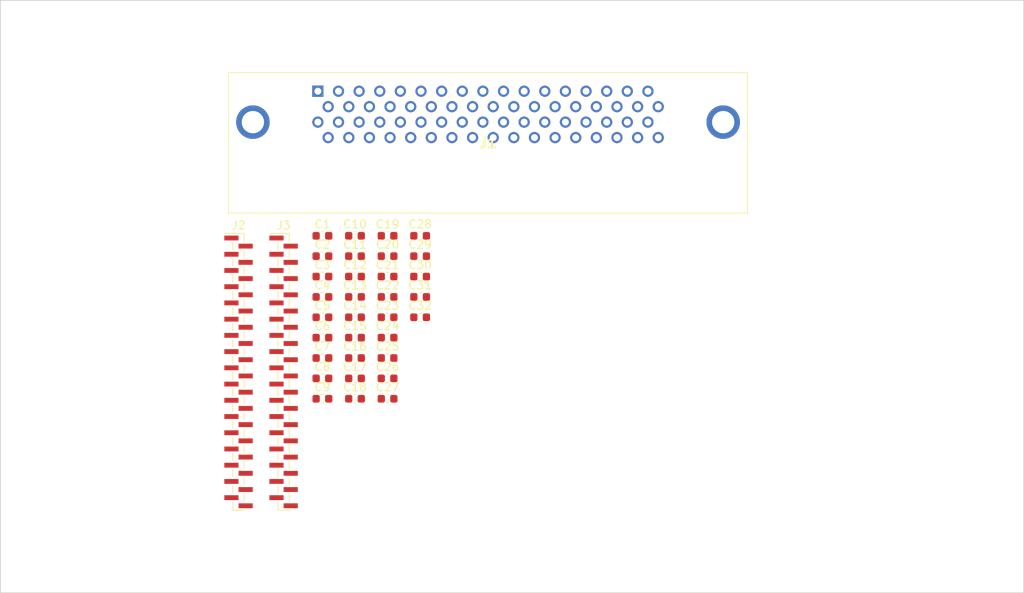
<source format=kicad_pcb>
(kicad_pcb (version 20221018) (generator pcbnew)
  (layers (0 "F.Cu" signal) (31 "B.Cu" signal) (34 "B.Paste" user) (35 "F.Paste" user) (36 "B.SilkS" user "B.Silkscreen") (37 "F.SilkS" user "F.Silkscreen") (38 "B.Mask" user) (39 "F.Mask" user) (44 "Edge.Cuts" user))
  (net 0 "")
  (net 1 "AO 0")
  (net 2 "Net-(C1-Pad2)")
  (net 3 "AO 1")
  (net 4 "Net-(C2-Pad2)")
  (net 5 "AO 2")
  (net 6 "Net-(C3-Pad2)")
  (net 7 "AO 3")
  (net 8 "Net-(C4-Pad2)")
  (net 9 "AO 4")
  (net 10 "Net-(C5-Pad2)")
  (net 11 "AO 5")
  (net 12 "Net-(C6-Pad2)")
  (net 13 "AO 6")
  (net 14 "Net-(C7-Pad2)")
  (net 15 "AO 7")
  (net 16 "Net-(C8-Pad2)")
  (net 17 "AO 8")
  (net 18 "Net-(C9-Pad2)")
  (net 19 "AO 9")
  (net 20 "Net-(C10-Pad2)")
  (net 21 "AO 10")
  (net 22 "Net-(C11-Pad2)")
  (net 23 "AO 11")
  (net 24 "Net-(C12-Pad2)")
  (net 25 "AO 12")
  (net 26 "Net-(C13-Pad2)")
  (net 27 "AO 13")
  (net 28 "Net-(C14-Pad2)")
  (net 29 "AO 14")
  (net 30 "Net-(C15-Pad2)")
  (net 31 "AO 15")
  (net 32 "Net-(C16-Pad2)")
  (net 33 "AO 16")
  (net 34 "Net-(C17-Pad2)")
  (net 35 "AO 17")
  (net 36 "Net-(C18-Pad2)")
  (net 37 "Net-(C19-Pad1)")
  (net 38 "AO 18")
  (net 39 "Net-(C20-Pad1)")
  (net 40 "AO 19")
  (net 41 "Net-(C21-Pad1)")
  (net 42 "AO 20")
  (net 43 "Net-(C22-Pad1)")
  (net 44 "AO 21")
  (net 45 "Net-(C23-Pad1)")
  (net 46 "AO 22")
  (net 47 "Net-(C24-Pad1)")
  (net 48 "AO 23")
  (net 49 "Net-(C25-Pad1)")
  (net 50 "AO 24")
  (net 51 "Net-(C26-Pad1)")
  (net 52 "AO 25")
  (net 53 "Net-(C27-Pad1)")
  (net 54 "AO 26")
  (net 55 "Net-(C28-Pad1)")
  (net 56 "AO 27")
  (net 57 "Net-(C29-Pad1)")
  (net 58 "AO 28")
  (net 59 "Net-(C30-Pad1)")
  (net 60 "AO 29")
  (net 61 "Net-(C31-Pad1)")
  (net 62 "AO 30")
  (net 63 "Net-(C32-Pad1)")
  (net 64 "AO 31")
  (net 65 "+5V")
  (net 74 "AO GND")
  (net 75 "D GND")
  (footprint "Capacitor_SMD:C_0603_1608Metric" (layer "F.Cu") (at 127.67 80.52)
    (fp_text reference "C20" (at 0 -1.43) (layer "F.SilkS"))
    (fp_text value "0.1u")
    (fp_line (start -0.14058 -0.51) (end 0.14058 -0.51) (stroke (width 0.12)) (layer "F.SilkS"))
    (fp_line (start -0.14058 0.51) (end 0.14058 0.51) (stroke (width 0.12)) (layer "F.SilkS"))
    (pad "1" smd roundrect (at -0.775 0) (size 0.9 0.95) (layers "F.Cu" "F.Paste" "F.Mask") (net 39 "Net-(C20-Pad1)"))
    (pad "2" smd roundrect (at 0.775 0) (size 0.9 0.95) (layers "F.Cu" "F.Paste" "F.Mask") (net 40 "AO 19"))
  )
  (footprint "Capacitor_SMD:C_0603_1608Metric" (layer "F.Cu") (at 123.66 93.07)
    (fp_text reference "C16" (at 0 -1.43) (layer "F.SilkS"))
    (fp_text value "0.1u")
    (fp_line (start -0.14058 -0.51) (end 0.14058 -0.51) (stroke (width 0.12)) (layer "F.SilkS"))
    (fp_line (start -0.14058 0.51) (end 0.14058 0.51) (stroke (width 0.12)) (layer "F.SilkS"))
    (pad "1" smd roundrect (at -0.775 0) (size 0.9 0.95) (layers "F.Cu" "F.Paste" "F.Mask") (net 31 "AO 15"))
    (pad "2" smd roundrect (at 0.775 0) (size 0.9 0.95) (layers "F.Cu" "F.Paste" "F.Mask") (net 32 "Net-(C16-Pad2)"))
  )
  (footprint "Capacitor_SMD:C_0603_1608Metric" (layer "F.Cu") (at 131.68 85.54)
    (fp_text reference "C31" (at 0 -1.43) (layer "F.SilkS"))
    (fp_text value "0.1u")
    (fp_line (start -0.14058 -0.51) (end 0.14058 -0.51) (stroke (width 0.12)) (layer "F.SilkS"))
    (fp_line (start -0.14058 0.51) (end 0.14058 0.51) (stroke (width 0.12)) (layer "F.SilkS"))
    (pad "1" smd roundrect (at -0.775 0) (size 0.9 0.95) (layers "F.Cu" "F.Paste" "F.Mask") (net 61 "Net-(C31-Pad1)"))
    (pad "2" smd roundrect (at 0.775 0) (size 0.9 0.95) (layers "F.Cu" "F.Paste" "F.Mask") (net 62 "AO 30"))
  )
  (footprint "Capacitor_SMD:C_0603_1608Metric" (layer "F.Cu") (at 123.66 78.01)
    (fp_text reference "C10" (at 0 -1.43) (layer "F.SilkS"))
    (fp_text value "0.1u")
    (fp_line (start -0.14058 -0.51) (end 0.14058 -0.51) (stroke (width 0.12)) (layer "F.SilkS"))
    (fp_line (start -0.14058 0.51) (end 0.14058 0.51) (stroke (width 0.12)) (layer "F.SilkS"))
    (pad "1" smd roundrect (at -0.775 0) (size 0.9 0.95) (layers "F.Cu" "F.Paste" "F.Mask") (net 19 "AO 9"))
    (pad "2" smd roundrect (at 0.775 0) (size 0.9 0.95) (layers "F.Cu" "F.Paste" "F.Mask") (net 20 "Net-(C10-Pad2)"))
  )
  (footprint "Capacitor_SMD:C_0603_1608Metric" (layer "F.Cu") (at 123.66 80.52)
    (fp_text reference "C11" (at 0 -1.43) (layer "F.SilkS"))
    (fp_text value "0.1u")
    (fp_line (start -0.14058 -0.51) (end 0.14058 -0.51) (stroke (width 0.12)) (layer "F.SilkS"))
    (fp_line (start -0.14058 0.51) (end 0.14058 0.51) (stroke (width 0.12)) (layer "F.SilkS"))
    (pad "1" smd roundrect (at -0.775 0) (size 0.9 0.95) (layers "F.Cu" "F.Paste" "F.Mask") (net 21 "AO 10"))
    (pad "2" smd roundrect (at 0.775 0) (size 0.9 0.95) (layers "F.Cu" "F.Paste" "F.Mask") (net 22 "Net-(C11-Pad2)"))
  )
  (footprint "Capacitor_SMD:C_0603_1608Metric" (layer "F.Cu") (at 127.67 93.07)
    (fp_text reference "C25" (at 0 -1.43) (layer "F.SilkS"))
    (fp_text value "0.1u")
    (fp_line (start -0.14058 -0.51) (end 0.14058 -0.51) (stroke (width 0.12)) (layer "F.SilkS"))
    (fp_line (start -0.14058 0.51) (end 0.14058 0.51) (stroke (width 0.12)) (layer "F.SilkS"))
    (pad "1" smd roundrect (at -0.775 0) (size 0.9 0.95) (layers "F.Cu" "F.Paste" "F.Mask") (net 49 "Net-(C25-Pad1)"))
    (pad "2" smd roundrect (at 0.775 0) (size 0.9 0.95) (layers "F.Cu" "F.Paste" "F.Mask") (net 50 "AO 24"))
  )
  (footprint "Capacitor_SMD:C_0603_1608Metric" (layer "F.Cu") (at 127.67 85.54)
    (fp_text reference "C22" (at 0 -1.43) (layer "F.SilkS"))
    (fp_text value "0.1u")
    (fp_line (start -0.14058 -0.51) (end 0.14058 -0.51) (stroke (width 0.12)) (layer "F.SilkS"))
    (fp_line (start -0.14058 0.51) (end 0.14058 0.51) (stroke (width 0.12)) (layer "F.SilkS"))
    (pad "1" smd roundrect (at -0.775 0) (size 0.9 0.95) (layers "F.Cu" "F.Paste" "F.Mask") (net 43 "Net-(C22-Pad1)"))
    (pad "2" smd roundrect (at 0.775 0) (size 0.9 0.95) (layers "F.Cu" "F.Paste" "F.Mask") (net 44 "AO 21"))
  )
  (footprint "Capacitor_SMD:C_0603_1608Metric" (layer "F.Cu") (at 127.67 95.58)
    (fp_text reference "C26" (at 0 -1.43) (layer "F.SilkS"))
    (fp_text value "0.1u")
    (fp_line (start -0.14058 -0.51) (end 0.14058 -0.51) (stroke (width 0.12)) (layer "F.SilkS"))
    (fp_line (start -0.14058 0.51) (end 0.14058 0.51) (stroke (width 0.12)) (layer "F.SilkS"))
    (pad "1" smd roundrect (at -0.775 0) (size 0.9 0.95) (layers "F.Cu" "F.Paste" "F.Mask") (net 51 "Net-(C26-Pad1)"))
    (pad "2" smd roundrect (at 0.775 0) (size 0.9 0.95) (layers "F.Cu" "F.Paste" "F.Mask") (net 52 "AO 25"))
  )
  (footprint "Capacitor_SMD:C_0603_1608Metric" (layer "F.Cu") (at 119.65 90.56)
    (fp_text reference "C6" (at 0 -1.43) (layer "F.SilkS"))
    (fp_text value "0.1u")
    (fp_line (start -0.14058 -0.51) (end 0.14058 -0.51) (stroke (width 0.12)) (layer "F.SilkS"))
    (fp_line (start -0.14058 0.51) (end 0.14058 0.51) (stroke (width 0.12)) (layer "F.SilkS"))
    (pad "1" smd roundrect (at -0.775 0) (size 0.9 0.95) (layers "F.Cu" "F.Paste" "F.Mask") (net 11 "AO 5"))
    (pad "2" smd roundrect (at 0.775 0) (size 0.9 0.95) (layers "F.Cu" "F.Paste" "F.Mask") (net 12 "Net-(C6-Pad2)"))
  )
  (footprint "Capacitor_SMD:C_0603_1608Metric" (layer "F.Cu") (at 127.67 98.09)
    (fp_text reference "C27" (at 0 -1.43) (layer "F.SilkS"))
    (fp_text value "0.1u")
    (fp_line (start -0.14058 -0.51) (end 0.14058 -0.51) (stroke (width 0.12)) (layer "F.SilkS"))
    (fp_line (start -0.14058 0.51) (end 0.14058 0.51) (stroke (width 0.12)) (layer "F.SilkS"))
    (pad "1" smd roundrect (at -0.775 0) (size 0.9 0.95) (layers "F.Cu" "F.Paste" "F.Mask") (net 53 "Net-(C27-Pad1)"))
    (pad "2" smd roundrect (at 0.775 0) (size 0.9 0.95) (layers "F.Cu" "F.Paste" "F.Mask") (net 54 "AO 26"))
  )
  (footprint "Capacitor_SMD:C_0603_1608Metric" (layer "F.Cu") (at 123.66 95.58)
    (fp_text reference "C17" (at 0 -1.43) (layer "F.SilkS"))
    (fp_text value "0.1u")
    (fp_line (start -0.14058 -0.51) (end 0.14058 -0.51) (stroke (width 0.12)) (layer "F.SilkS"))
    (fp_line (start -0.14058 0.51) (end 0.14058 0.51) (stroke (width 0.12)) (layer "F.SilkS"))
    (pad "1" smd roundrect (at -0.775 0) (size 0.9 0.95) (layers "F.Cu" "F.Paste" "F.Mask") (net 33 "AO 16"))
    (pad "2" smd roundrect (at 0.775 0) (size 0.9 0.95) (layers "F.Cu" "F.Paste" "F.Mask") (net 34 "Net-(C17-Pad2)"))
  )
  (footprint "Connector_PinHeader_1.00mm:PinHeader_1x34_P1.00mm_Vertical_SMD_Pin1Left" (layer "F.Cu") (at 114.87 94.78)
    (fp_text reference "J3" (at 0 -18.06) (layer "F.SilkS"))
    (fp_text value "Conn_01x34_Pin_B")
    (fp_line (start -0.695 -17.06) (end -1.69 -17.06) (stroke (width 0.12)) (layer "F.SilkS"))
    (fp_line (start -0.695 -17.06) (end -0.695 -17.06) (stroke (width 0.12)) (layer "F.SilkS"))
    (fp_line (start -0.695 -17.06) (end 0.695 -17.06) (stroke (width 0.12)) (layer "F.SilkS"))
    (fp_line (start -0.695 -15.94) (end -0.695 -15.06) (stroke (width 0.12)) (layer "F.SilkS"))
    (fp_line (start -0.695 -13.94) (end -0.695 -13.06) (stroke (width 0.12)) (layer "F.SilkS"))
    (fp_line (start -0.695 -11.94) (end -0.695 -11.06) (stroke (width 0.12)) (layer "F.SilkS"))
    (fp_line (start -0.695 -9.94) (end -0.695 -9.06) (stroke (width 0.12)) (layer "F.SilkS"))
    (fp_line (start -0.695 -7.94) (end -0.695 -7.06) (stroke (width 0.12)) (layer "F.SilkS"))
    (fp_line (start -0.695 -5.94) (end -0.695 -5.06) (stroke (width 0.12)) (layer "F.SilkS"))
    (fp_line (start -0.695 -3.94) (end -0.695 -3.06) (stroke (width 0.12)) (layer "F.SilkS"))
    (fp_line (start -0.695 -1.94) (end -0.695 -1.06) (stroke (width 0.12)) (layer "F.SilkS"))
    (fp_line (start -0.695 0.06) (end -0.695 0.94) (stroke (width 0.12)) (layer "F.SilkS"))
    (fp_line (start -0.695 2.06) (end -0.695 2.94) (stroke (width 0.12)) (layer "F.SilkS"))
    (fp_line (start -0.695 4.06) (end -0.695 4.94) (stroke (width 0.12)) (layer "F.SilkS"))
    (fp_line (start -0.695 6.06) (end -0.695 6.94) (stroke (width 0.12)) (layer "F.SilkS"))
    (fp_line (start -0.695 8.06) (end -0.695 8.94) (stroke (width 0.12)) (layer "F.SilkS"))
    (fp_line (start -0.695 10.06) (end -0.695 10.94) (stroke (width 0.12)) (layer "F.SilkS"))
    (fp_line (start -0.695 12.06) (end -0.695 12.94) (stroke (width 0.12)) (layer "F.SilkS"))
    (fp_line (start -0.695 14.06) (end -0.695 14.94) (stroke (width 0.12)) (layer "F.SilkS"))
    (fp_line (start -0.695 16.06) (end -0.695 17.06) (stroke (width 0.12)) (layer "F.SilkS"))
    (fp_line (start -0.695 17.06) (end 0.695 17.06) (stroke (width 0.12)) (layer "F.SilkS"))
    (fp_line (start 0.695 -17.06) (end 0.695 -16.06) (stroke (width 0.12)) (layer "F.SilkS"))
    (fp_line (start 0.695 -14.94) (end 0.695 -14.06) (stroke (width 0.12)) (layer "F.SilkS"))
    (fp_line (start 0.695 -12.94) (end 0.695 -12.06) (stroke (width 0.12)) (layer "F.SilkS"))
    (fp_line (start 0.695 -10.94) (end 0.695 -10.06) (stroke (width 0.12)) (layer "F.SilkS"))
    (fp_line (start 0.695 -8.94) (end 0.695 -8.06) (stroke (width 0.12)) (layer "F.SilkS"))
    (fp_line (start 0.695 -6.94) (end 0.695 -6.06) (stroke (width 0.12)) (layer "F.SilkS"))
    (fp_line (start 0.695 -4.94) (end 0.695 -4.06) (stroke (width 0.12)) (layer "F.SilkS"))
    (fp_line (start 0.695 -2.94) (end 0.695 -2.06) (stroke (width 0.12)) (layer "F.SilkS"))
    (fp_line (start 0.695 -0.94) (end 0.695 -0.06) (stroke (width 0.12)) (layer "F.SilkS"))
    (fp_line (start 0.695 1.06) (end 0.695 1.94) (stroke (width 0.12)) (layer "F.SilkS"))
    (fp_line (start 0.695 3.06) (end 0.695 3.94) (stroke (width 0.12)) (layer "F.SilkS"))
    (fp_line (start 0.695 5.06) (end 0.695 5.94) (stroke (width 0.12)) (layer "F.SilkS"))
    (fp_line (start 0.695 7.06) (end 0.695 7.94) (stroke (width 0.12)) (layer "F.SilkS"))
    (fp_line (start 0.695 9.06) (end 0.695 9.94) (stroke (width 0.12)) (layer "F.SilkS"))
    (fp_line (start 0.695 11.06) (end 0.695 11.94) (stroke (width 0.12)) (layer "F.SilkS"))
    (fp_line (start 0.695 13.06) (end 0.695 13.94) (stroke (width 0.12)) (layer "F.SilkS"))
    (fp_line (start 0.695 15.06) (end 0.695 15.94) (stroke (width 0.12)) (layer "F.SilkS"))
    (fp_line (start 0.695 17.06) (end 0.695 17.06) (stroke (width 0.12)) (layer "F.SilkS"))
    (pad "1" smd rect (at -0.875 -16.5) (size 1.75 0.6) (layers "F.Cu" "F.Paste" "F.Mask"))
    (pad "2" smd rect (at 0.875 -15.5) (size 1.75 0.6) (layers "F.Cu" "F.Paste" "F.Mask"))
    (pad "3" smd rect (at -0.875 -14.5) (size 1.75 0.6) (layers "F.Cu" "F.Paste" "F.Mask"))
    (pad "4" smd rect (at 0.875 -13.5) (size 1.75 0.6) (layers "F.Cu" "F.Paste" "F.Mask"))
    (pad "5" smd rect (at -0.875 -12.5) (size 1.75 0.6) (layers "F.Cu" "F.Paste" "F.Mask"))
    (pad "6" smd rect (at 0.875 -11.5) (size 1.75 0.6) (layers "F.Cu" "F.Paste" "F.Mask"))
    (pad "7" smd rect (at -0.875 -10.5) (size 1.75 0.6) (layers "F.Cu" "F.Paste" "F.Mask"))
    (pad "8" smd rect (at 0.875 -9.5) (size 1.75 0.6) (layers "F.Cu" "F.Paste" "F.Mask"))
    (pad "9" smd rect (at -0.875 -8.5) (size 1.75 0.6) (layers "F.Cu" "F.Paste" "F.Mask"))
    (pad "10" smd rect (at 0.875 -7.5) (size 1.75 0.6) (layers "F.Cu" "F.Paste" "F.Mask") (net 3 "AO 1"))
    (pad "11" smd rect (at -0.875 -6.5) (size 1.75 0.6) (layers "F.Cu" "F.Paste" "F.Mask") (net 5 "AO 2"))
    (pad "12" smd rect (at 0.875 -5.5) (size 1.75 0.6) (layers "F.Cu" "F.Paste" "F.Mask"))
    (pad "13" smd rect (at -0.875 -4.5) (size 1.75 0.6) (layers "F.Cu" "F.Paste" "F.Mask") (net 11 "AO 5"))
    (pad "14" smd rect (at 0.875 -3.5) (size 1.75 0.6) (layers "F.Cu" "F.Paste" "F.Mask") (net 13 "AO 6"))
    (pad "15" smd rect (at -0.875 -2.5) (size 1.75 0.6) (layers "F.Cu" "F.Paste" "F.Mask"))
    (pad "16" smd rect (at 0.875 -1.5) (size 1.75 0.6) (layers "F.Cu" "F.Paste" "F.Mask"))
    (pad "17" smd rect (at -0.875 -0.5) (size 1.75 0.6) (layers "F.Cu" "F.Paste" "F.Mask") (net 21 "AO 10"))
    (pad "18" smd rect (at 0.875 0.5) (size 1.75 0.6) (layers "F.Cu" "F.Paste" "F.Mask") (net 23 "AO 11"))
    (pad "19" smd rect (at -0.875 1.5) (size 1.75 0.6) (layers "F.Cu" "F.Paste" "F.Mask") (net 25 "AO 12"))
    (pad "20" smd rect (at 0.875 2.5) (size 1.75 0.6) (layers "F.Cu" "F.Paste" "F.Mask") (net 27 "AO 13"))
    (pad "21" smd rect (at -0.875 3.5) (size 1.75 0.6) (layers "F.Cu" "F.Paste" "F.Mask"))
    (pad "22" smd rect (at 0.875 4.5) (size 1.75 0.6) (layers "F.Cu" "F.Paste" "F.Mask"))
    (pad "23" smd rect (at -0.875 5.5) (size 1.75 0.6) (layers "F.Cu" "F.Paste" "F.Mask") (net 35 "AO 17"))
    (pad "24" smd rect (at 0.875 6.5) (size 1.75 0.6) (layers "F.Cu" "F.Paste" "F.Mask") (net 38 "AO 18"))
    (pad "25" smd rect (at -0.875 7.5) (size 1.75 0.6) (layers "F.Cu" "F.Paste" "F.Mask"))
    (pad "26" smd rect (at 0.875 8.5) (size 1.75 0.6) (layers "F.Cu" "F.Paste" "F.Mask") (net 44 "AO 21"))
    (pad "27" smd rect (at -0.875 9.5) (size 1.75 0.6) (layers "F.Cu" "F.Paste" "F.Mask") (net 46 "AO 22"))
    (pad "28" smd rect (at 0.875 10.5) (size 1.75 0.6) (layers "F.Cu" "F.Paste" "F.Mask"))
    (pad "29" smd rect (at -0.875 11.5) (size 1.75 0.6) (layers "F.Cu" "F.Paste" "F.Mask") (net 52 "AO 25"))
    (pad "30" smd rect (at 0.875 12.5) (size 1.75 0.6) (layers "F.Cu" "F.Paste" "F.Mask") (net 54 "AO 26"))
    (pad "31" smd rect (at -0.875 13.5) (size 1.75 0.6) (layers "F.Cu" "F.Paste" "F.Mask"))
    (pad "32" smd rect (at 0.875 14.5) (size 1.75 0.6) (layers "F.Cu" "F.Paste" "F.Mask") (net 60 "AO 29"))
    (pad "33" smd rect (at -0.875 15.5) (size 1.75 0.6) (layers "F.Cu" "F.Paste" "F.Mask") (net 62 "AO 30"))
    (pad "34" smd rect (at 0.875 16.5) (size 1.75 0.6) (layers "F.Cu" "F.Paste" "F.Mask"))
  )
  (footprint "Capacitor_SMD:C_0603_1608Metric" (layer "F.Cu") (at 119.65 78.01)
    (fp_text reference "C1" (at 0 -1.43) (layer "F.SilkS"))
    (fp_text value "0.1u")
    (fp_line (start -0.14058 -0.51) (end 0.14058 -0.51) (stroke (width 0.12)) (layer "F.SilkS"))
    (fp_line (start -0.14058 0.51) (end 0.14058 0.51) (stroke (width 0.12)) (layer "F.SilkS"))
    (pad "1" smd roundrect (at -0.775 0) (size 0.9 0.95) (layers "F.Cu" "F.Paste" "F.Mask") (net 1 "AO 0"))
    (pad "2" smd roundrect (at 0.775 0) (size 0.9 0.95) (layers "F.Cu" "F.Paste" "F.Mask") (net 2 "Net-(C1-Pad2)"))
  )
  (footprint "Capacitor_SMD:C_0603_1608Metric" (layer "F.Cu") (at 123.66 85.54)
    (fp_text reference "C13" (at 0 -1.43) (layer "F.SilkS"))
    (fp_text value "0.1u")
    (fp_line (start -0.14058 -0.51) (end 0.14058 -0.51) (stroke (width 0.12)) (layer "F.SilkS"))
    (fp_line (start -0.14058 0.51) (end 0.14058 0.51) (stroke (width 0.12)) (layer "F.SilkS"))
    (pad "1" smd roundrect (at -0.775 0) (size 0.9 0.95) (layers "F.Cu" "F.Paste" "F.Mask") (net 25 "AO 12"))
    (pad "2" smd roundrect (at 0.775 0) (size 0.9 0.95) (layers "F.Cu" "F.Paste" "F.Mask") (net 26 "Net-(C13-Pad2)"))
  )
  (footprint "Capacitor_SMD:C_0603_1608Metric" (layer "F.Cu") (at 119.65 93.07)
    (fp_text reference "C7" (at 0 -1.43) (layer "F.SilkS"))
    (fp_text value "0.1u")
    (fp_line (start -0.14058 -0.51) (end 0.14058 -0.51) (stroke (width 0.12)) (layer "F.SilkS"))
    (fp_line (start -0.14058 0.51) (end 0.14058 0.51) (stroke (width 0.12)) (layer "F.SilkS"))
    (pad "1" smd roundrect (at -0.775 0) (size 0.9 0.95) (layers "F.Cu" "F.Paste" "F.Mask") (net 13 "AO 6"))
    (pad "2" smd roundrect (at 0.775 0) (size 0.9 0.95) (layers "F.Cu" "F.Paste" "F.Mask") (net 14 "Net-(C7-Pad2)"))
  )
  (footprint "SamacSys_Parts:251742255" (layer "F.Cu") (at 119.09 60.19)
    (fp_text reference "J1" (at 20.955 6.365) (layer "F.SilkS") (effects (font (size 1.27 1.27) (thickness 0.254))))
    (fp_text value "2-5174225-5" hide)
    (fp_line (start -10.995 -2.285) (end 52.905 -2.285) (stroke (width 0.1)) (layer "F.SilkS"))
    (fp_line (start -10.995 15.015) (end -10.995 -2.285) (stroke (width 0.1)) (layer "F.SilkS"))
    (fp_line (start 52.905 -2.285) (end 52.905 15.015) (stroke (width 0.1)) (layer "F.SilkS"))
    (fp_line (start 52.905 15.015) (end -10.995 15.015) (stroke (width 0.1)) (layer "F.SilkS"))
    (pad "A1" thru_hole rect (at 0 0) (size 1.381 1.381) (drill 0.85) (layers "*.Cu" "*.Mask") (net 65 "+5V"))
    (pad "A2" thru_hole circle (at 1.27 1.905) (size 1.381 1.381) (drill 0.85) (layers "*.Cu" "*.Mask"))
    (pad "A3" thru_hole circle (at 2.54 0) (size 1.381 1.381) (drill 0.85) (layers "*.Cu" "*.Mask"))
    (pad "A4" thru_hole circle (at 3.81 1.905) (size 1.381 1.381) (drill 0.85) (layers "*.Cu" "*.Mask"))
    (pad "A5" thru_hole circle (at 5.08 0) (size 1.381 1.381) (drill 0.85) (layers "*.Cu" "*.Mask"))
    (pad "A6" thru_hole circle (at 6.35 1.905) (size 1.381 1.381) (drill 0.85) (layers "*.Cu" "*.Mask"))
    (pad "A7" thru_hole circle (at 7.62 0) (size 1.381 1.381) (drill 0.85) (layers "*.Cu" "*.Mask"))
    (pad "A8" thru_hole circle (at 8.89 1.905) (size 1.381 1.381) (drill 0.85) (layers "*.Cu" "*.Mask"))
    (pad "A9" thru_hole circle (at 10.16 0) (size 1.381 1.381) (drill 0.85) (layers "*.Cu" "*.Mask"))
    (pad "A10" thru_hole circle (at 11.43 1.905) (size 1.381 1.381) (drill 0.85) (layers "*.Cu" "*.Mask") (net 2 "Net-(C1-Pad2)"))
    (pad "A11" thru_hole circle (at 12.7 0) (size 1.381 1.381) (drill 0.85) (layers "*.Cu" "*.Mask") (net 74 "AO GND"))
    (pad "A12" thru_hole circle (at 13.97 1.905) (size 1.381 1.381) (drill 0.85) (layers "*.Cu" "*.Mask") (net 8 "Net-(C4-Pad2)"))
    (pad "A13" thru_hole circle (at 15.24 0) (size 1.381 1.381) (drill 0.85) (layers "*.Cu" "*.Mask") (net 10 "Net-(C5-Pad2)"))
    (pad "A14" thru_hole circle (at 16.51 1.905) (size 1.381 1.381) (drill 0.85) (layers "*.Cu" "*.Mask") (net 74 "AO GND"))
    (pad "A15" thru_hole circle (at 17.78 0) (size 1.381 1.381) (drill 0.85) (layers "*.Cu" "*.Mask") (net 16 "Net-(C8-Pad2)"))
    (pad "A16" thru_hole circle (at 19.05 1.905) (size 1.381 1.381) (drill 0.85) (layers "*.Cu" "*.Mask") (net 18 "Net-(C9-Pad2)"))
    (pad "A17" thru_hole circle (at 20.32 0) (size 1.381 1.381) (drill 0.85) (layers "*.Cu" "*.Mask") (net 20 "Net-(C10-Pad2)"))
    (pad "A18" thru_hole circle (at 21.59 1.905) (size 1.381 1.381) (drill 0.85) (layers "*.Cu" "*.Mask") (net 74 "AO GND"))
    (pad "A19" thru_hole circle (at 22.86 0) (size 1.381 1.381) (drill 0.85) (layers "*.Cu" "*.Mask") (net 74 "AO GND"))
    (pad "A20" thru_hole circle (at 24.13 1.905) (size 1.381 1.381) (drill 0.85) (layers "*.Cu" "*.Mask") (net 74 "AO GND"))
    (pad "A21" thru_hole circle (at 25.4 0) (size 1.381 1.381) (drill 0.85) (layers "*.Cu" "*.Mask") (net 30 "Net-(C15-Pad2)"))
    (pad "A22" thru_hole circle (at 26.67 1.905) (size 1.381 1.381) (drill 0.85) (layers "*.Cu" "*.Mask") (net 32 "Net-(C16-Pad2)"))
    (pad "A23" thru_hole circle (at 27.94 0) (size 1.381 1.381) (drill 0.85) (layers "*.Cu" "*.Mask") (net 34 "Net-(C17-Pad2)"))
    (pad "A24" thru_hole circle (at 29.21 1.905) (size 1.381 1.381) (drill 0.85) (layers "*.Cu" "*.Mask") (net 74 "AO GND"))
    (pad "A25" thru_hole circle (at 30.48 0) (size 1.381 1.381) (drill 0.85) (layers "*.Cu" "*.Mask") (net 39 "Net-(C20-Pad1)"))
    (pad "A26" thru_hole circle (at 31.75 1.905) (size 1.381 1.381) (drill 0.85) (layers "*.Cu" "*.Mask") (net 41 "Net-(C21-Pad1)"))
    (pad "A27" thru_hole circle (at 33.02 0) (size 1.381 1.381) (drill 0.85) (layers "*.Cu" "*.Mask") (net 74 "AO GND"))
    (pad "A28" thru_hole circle (at 34.29 1.905) (size 1.381 1.381) (drill 0.85) (layers "*.Cu" "*.Mask") (net 47 "Net-(C24-Pad1)"))
    (pad "A29" thru_hole circle (at 35.56 0) (size 1.381 1.381) (drill 0.85) (layers "*.Cu" "*.Mask") (net 49 "Net-(C25-Pad1)"))
    (pad "A30" thru_hole circle (at 36.83 1.905) (size 1.381 1.381) (drill 0.85) (layers "*.Cu" "*.Mask") (net 74 "AO GND"))
    (pad "A31" thru_hole circle (at 38.1 0) (size 1.381 1.381) (drill 0.85) (layers "*.Cu" "*.Mask") (net 55 "Net-(C28-Pad1)"))
    (pad "A32" thru_hole circle (at 39.37 1.905) (size 1.381 1.381) (drill 0.85) (layers "*.Cu" "*.Mask") (net 57 "Net-(C29-Pad1)"))
    (pad "A33" thru_hole circle (at 40.64 0) (size 1.381 1.381) (drill 0.85) (layers "*.Cu" "*.Mask") (net 74 "AO GND"))
    (pad "A34" thru_hole circle (at 41.91 1.905) (size 1.381 1.381) (drill 0.85) (layers "*.Cu" "*.Mask") (net 63 "Net-(C32-Pad1)"))
    (pad "B1" thru_hole circle (at 0 3.81) (size 1.381 1.381) (drill 0.85) (layers "*.Cu" "*.Mask") (net 75 "D GND"))
    (pad "B2" thru_hole circle (at 1.27 5.715) (size 1.381 1.381) (drill 0.85) (layers "*.Cu" "*.Mask") (net 75 "D GND"))
    (pad "B3" thru_hole circle (at 2.54 3.81) (size 1.381 1.381) (drill 0.85) (layers "*.Cu" "*.Mask") (net 75 "D GND"))
    (pad "B4" thru_hole circle (at 3.81 5.715) (size 1.381 1.381) (drill 0.85) (layers "*.Cu" "*.Mask"))
    (pad "B5" thru_hole circle (at 5.08 3.81) (size 1.381 1.381) (drill 0.85) (layers "*.Cu" "*.Mask") (net 75 "D GND"))
    (pad "B6" thru_hole circle (at 6.35 5.715) (size 1.381 1.381) (drill 0.85) (layers "*.Cu" "*.Mask"))
    (pad "B7" thru_hole circle (at 7.62 3.81) (size 1.381 1.381) (drill 0.85) (layers "*.Cu" "*.Mask") (net 75 "D GND"))
    (pad "B8" thru_hole circle (at 8.89 5.715) (size 1.381 1.381) (drill 0.85) (layers "*.Cu" "*.Mask") (net 75 "D GND"))
    (pad "B9" thru_hole circle (at 10.16 3.81) (size 1.381 1.381) (drill 0.85) (layers "*.Cu" "*.Mask") (net 75 "D GND"))
    (pad "B10" thru_hole circle (at 11.43 5.715) (size 1.381 1.381) (drill 0.85) (layers "*.Cu" "*.Mask") (net 4 "Net-(C2-Pad2)"))
    (pad "B11" thru_hole circle (at 12.7 3.81) (size 1.381 1.381) (drill 0.85) (layers "*.Cu" "*.Mask") (net 6 "Net-(C3-Pad2)"))
    (pad "B12" thru_hole circle (at 13.97 5.715) (size 1.381 1.381) (drill 0.85) (layers "*.Cu" "*.Mask") (net 74 "AO GND"))
    (pad "B13" thru_hole circle (at 15.24 3.81) (size 1.381 1.381) (drill 0.85) (layers "*.Cu" "*.Mask") (net 12 "Net-(C6-Pad2)"))
    (pad "B14" thru_hole circle (at 16.51 5.715) (size 1.381 1.381) (drill 0.85) (layers "*.Cu" "*.Mask") (net 14 "Net-(C7-Pad2)"))
    (pad "B15" thru_hole circle (at 17.78 3.81) (size 1.381 1.381) (drill 0.85) (layers "*.Cu" "*.Mask") (net 74 "AO GND"))
    (pad "B16" thru_hole circle (at 19.05 5.715) (size 1.381 1.381) (drill 0.85) (layers "*.Cu" "*.Mask") (net 74 "AO GND"))
    (pad "B17" thru_hole circle (at 20.32 3.81) (size 1.381 1.381) (drill 0.85) (layers "*.Cu" "*.Mask") (net 22 "Net-(C11-Pad2)"))
    (pad "B18" thru_hole circle (at 21.59 5.715) (size 1.381 1.381) (drill 0.85) (layers "*.Cu" "*.Mask") (net 24 "Net-(C12-Pad2)"))
    (pad "B19" thru_hole circle (at 22.86 3.81) (size 1.381 1.381) (drill 0.85) (layers "*.Cu" "*.Mask") (net 26 "Net-(C13-Pad2)"))
    (pad "B20" thru_hole circle (at 24.13 5.715) (size 1.381 1.381) (drill 0.85) (layers "*.Cu" "*.Mask") (net 28 "Net-(C14-Pad2)"))
    (pad "B21" thru_hole circle (at 25.4 3.81) (size 1.381 1.381) (drill 0.85) (layers "*.Cu" "*.Mask") (net 74 "AO GND"))
    (pad "B22" thru_hole circle (at 26.67 5.715) (size 1.381 1.381) (drill 0.85) (layers "*.Cu" "*.Mask") (net 74 "AO GND"))
    (pad "B23" thru_hole circle (at 27.94 3.81) (size 1.381 1.381) (drill 0.85) (layers "*.Cu" "*.Mask") (net 36 "Net-(C18-Pad2)"))
    (pad "B24" thru_hole circle (at 29.21 5.715) (size 1.381 1.381) (drill 0.85) (layers "*.Cu" "*.Mask") (net 37 "Net-(C19-Pad1)"))
    (pad "B25" thru_hole circle (at 30.48 3.81) (size 1.381 1.381) (drill 0.85) (layers "*.Cu" "*.Mask") (net 74 "AO GND"))
    (pad "B26" thru_hole circle (at 31.75 5.715) (size 1.381 1.381) (drill 0.85) (layers "*.Cu" "*.Mask") (net 43 "Net-(C22-Pad1)"))
    (pad "B27" thru_hole circle (at 33.02 3.81) (size 1.381 1.381) (drill 0.85) (layers "*.Cu" "*.Mask") (net 45 "Net-(C23-Pad1)"))
    (pad "B28" thru_hole circle (at 34.29 5.715) (size 1.381 1.381) (drill 0.85) (layers "*.Cu" "*.Mask") (net 74 "AO GND"))
    (pad "B29" thru_hole circle (at 35.56 3.81) (size 1.381 1.381) (drill 0.85) (layers "*.Cu" "*.Mask") (net 51 "Net-(C26-Pad1)"))
    (pad "B30" thru_hole circle (at 36.83 5.715) (size 1.381 1.381) (drill 0.85) (layers "*.Cu" "*.Mask") (net 53 "Net-(C27-Pad1)"))
    (pad "B31" thru_hole circle (at 38.1 3.81) (size 1.381 1.381) (drill 0.85) (layers "*.Cu" "*.Mask") (net 74 "AO GND"))
    (pad "B32" thru_hole circle (at 39.37 5.715) (size 1.381 1.381) (drill 0.85) (layers "*.Cu" "*.Mask") (net 59 "Net-(C30-Pad1)"))
    (pad "B33" thru_hole circle (at 40.64 3.81) (size 1.381 1.381) (drill 0.85) (layers "*.Cu" "*.Mask") (net 61 "Net-(C31-Pad1)"))
    (pad "B34" thru_hole circle (at 41.91 5.715) (size 1.381 1.381) (drill 0.85) (layers "*.Cu" "*.Mask") (net 74 "AO GND"))
    (pad "MH1" thru_hole circle (at -8 3.81) (size 4.125 4.125) (drill 2.75) (layers "*.Cu" "*.Mask"))
    (pad "MH2" thru_hole circle (at 49.91 3.81) (size 4.125 4.125) (drill 2.75) (layers "*.Cu" "*.Mask"))
  )
  (footprint "Capacitor_SMD:C_0603_1608Metric" (layer "F.Cu") (at 123.66 88.05)
    (fp_text reference "C14" (at 0 -1.43) (layer "F.SilkS"))
    (fp_text value "0.1u")
    (fp_line (start -0.14058 -0.51) (end 0.14058 -0.51) (stroke (width 0.12)) (layer "F.SilkS"))
    (fp_line (start -0.14058 0.51) (end 0.14058 0.51) (stroke (width 0.12)) (layer "F.SilkS"))
    (pad "1" smd roundrect (at -0.775 0) (size 0.9 0.95) (layers "F.Cu" "F.Paste" "F.Mask") (net 27 "AO 13"))
    (pad "2" smd roundrect (at 0.775 0) (size 0.9 0.95) (layers "F.Cu" "F.Paste" "F.Mask") (net 28 "Net-(C14-Pad2)"))
  )
  (footprint "Capacitor_SMD:C_0603_1608Metric" (layer "F.Cu") (at 127.67 78.01)
    (fp_text reference "C19" (at 0 -1.43) (layer "F.SilkS"))
    (fp_text value "0.1u")
    (fp_line (start -0.14058 -0.51) (end 0.14058 -0.51) (stroke (width 0.12)) (layer "F.SilkS"))
    (fp_line (start -0.14058 0.51) (end 0.14058 0.51) (stroke (width 0.12)) (layer "F.SilkS"))
    (pad "1" smd roundrect (at -0.775 0) (size 0.9 0.95) (layers "F.Cu" "F.Paste" "F.Mask") (net 37 "Net-(C19-Pad1)"))
    (pad "2" smd roundrect (at 0.775 0) (size 0.9 0.95) (layers "F.Cu" "F.Paste" "F.Mask") (net 38 "AO 18"))
  )
  (footprint "Capacitor_SMD:C_0603_1608Metric" (layer "F.Cu") (at 119.65 88.05)
    (fp_text reference "C5" (at 0 -1.43) (layer "F.SilkS"))
    (fp_text value "0.1u")
    (fp_line (start -0.14058 -0.51) (end 0.14058 -0.51) (stroke (width 0.12)) (layer "F.SilkS"))
    (fp_line (start -0.14058 0.51) (end 0.14058 0.51) (stroke (width 0.12)) (layer "F.SilkS"))
    (pad "1" smd roundrect (at -0.775 0) (size 0.9 0.95) (layers "F.Cu" "F.Paste" "F.Mask") (net 9 "AO 4"))
    (pad "2" smd roundrect (at 0.775 0) (size 0.9 0.95) (layers "F.Cu" "F.Paste" "F.Mask") (net 10 "Net-(C5-Pad2)"))
  )
  (footprint "Capacitor_SMD:C_0603_1608Metric" (layer "F.Cu") (at 119.65 95.58)
    (fp_text reference "C8" (at 0 -1.43) (layer "F.SilkS"))
    (fp_text value "0.1u")
    (fp_line (start -0.14058 -0.51) (end 0.14058 -0.51) (stroke (width 0.12)) (layer "F.SilkS"))
    (fp_line (start -0.14058 0.51) (end 0.14058 0.51) (stroke (width 0.12)) (layer "F.SilkS"))
    (pad "1" smd roundrect (at -0.775 0) (size 0.9 0.95) (layers "F.Cu" "F.Paste" "F.Mask") (net 15 "AO 7"))
    (pad "2" smd roundrect (at 0.775 0) (size 0.9 0.95) (layers "F.Cu" "F.Paste" "F.Mask") (net 16 "Net-(C8-Pad2)"))
  )
  (footprint "Capacitor_SMD:C_0603_1608Metric" (layer "F.Cu") (at 131.68 88.05)
    (fp_text reference "C32" (at 0 -1.43) (layer "F.SilkS"))
    (fp_text value "0.1u")
    (fp_line (start -0.14058 -0.51) (end 0.14058 -0.51) (stroke (width 0.12)) (layer "F.SilkS"))
    (fp_line (start -0.14058 0.51) (end 0.14058 0.51) (stroke (width 0.12)) (layer "F.SilkS"))
    (pad "1" smd roundrect (at -0.775 0) (size 0.9 0.95) (layers "F.Cu" "F.Paste" "F.Mask") (net 63 "Net-(C32-Pad1)"))
    (pad "2" smd roundrect (at 0.775 0) (size 0.9 0.95) (layers "F.Cu" "F.Paste" "F.Mask") (net 64 "AO 31"))
  )
  (footprint "Capacitor_SMD:C_0603_1608Metric" (layer "F.Cu") (at 131.68 78.01)
    (fp_text reference "C28" (at 0 -1.43) (layer "F.SilkS"))
    (fp_text value "0.1u")
    (fp_line (start -0.14058 -0.51) (end 0.14058 -0.51) (stroke (width 0.12)) (layer "F.SilkS"))
    (fp_line (start -0.14058 0.51) (end 0.14058 0.51) (stroke (width 0.12)) (layer "F.SilkS"))
    (pad "1" smd roundrect (at -0.775 0) (size 0.9 0.95) (layers "F.Cu" "F.Paste" "F.Mask") (net 55 "Net-(C28-Pad1)"))
    (pad "2" smd roundrect (at 0.775 0) (size 0.9 0.95) (layers "F.Cu" "F.Paste" "F.Mask") (net 56 "AO 27"))
  )
  (footprint "Capacitor_SMD:C_0603_1608Metric" (layer "F.Cu") (at 119.65 83.03)
    (fp_text reference "C3" (at 0 -1.43) (layer "F.SilkS"))
    (fp_text value "0.1u")
    (fp_line (start -0.14058 -0.51) (end 0.14058 -0.51) (stroke (width 0.12)) (layer "F.SilkS"))
    (fp_line (start -0.14058 0.51) (end 0.14058 0.51) (stroke (width 0.12)) (layer "F.SilkS"))
    (pad "1" smd roundrect (at -0.775 0) (size 0.9 0.95) (layers "F.Cu" "F.Paste" "F.Mask") (net 5 "AO 2"))
    (pad "2" smd roundrect (at 0.775 0) (size 0.9 0.95) (layers "F.Cu" "F.Paste" "F.Mask") (net 6 "Net-(C3-Pad2)"))
  )
  (footprint "Capacitor_SMD:C_0603_1608Metric" (layer "F.Cu") (at 131.68 83.03)
    (fp_text reference "C30" (at 0 -1.43) (layer "F.SilkS"))
    (fp_text value "0.1u")
    (fp_line (start -0.14058 -0.51) (end 0.14058 -0.51) (stroke (width 0.12)) (layer "F.SilkS"))
    (fp_line (start -0.14058 0.51) (end 0.14058 0.51) (stroke (width 0.12)) (layer "F.SilkS"))
    (pad "1" smd roundrect (at -0.775 0) (size 0.9 0.95) (layers "F.Cu" "F.Paste" "F.Mask") (net 59 "Net-(C30-Pad1)"))
    (pad "2" smd roundrect (at 0.775 0) (size 0.9 0.95) (layers "F.Cu" "F.Paste" "F.Mask") (net 60 "AO 29"))
  )
  (footprint "Connector_PinHeader_1.00mm:PinHeader_1x34_P1.00mm_Vertical_SMD_Pin1Left" (layer "F.Cu") (at 109.32 94.78)
    (fp_text reference "J2" (at 0 -18.06) (layer "F.SilkS"))
    (fp_text value "Conn_01x34_Pin_A")
    (fp_line (start -0.695 -17.06) (end -1.69 -17.06) (stroke (width 0.12)) (layer "F.SilkS"))
    (fp_line (start -0.695 -17.06) (end -0.695 -17.06) (stroke (width 0.12)) (layer "F.SilkS"))
    (fp_line (start -0.695 -17.06) (end 0.695 -17.06) (stroke (width 0.12)) (layer "F.SilkS"))
    (fp_line (start -0.695 -15.94) (end -0.695 -15.06) (stroke (width 0.12)) (layer "F.SilkS"))
    (fp_line (start -0.695 -13.94) (end -0.695 -13.06) (stroke (width 0.12)) (layer "F.SilkS"))
    (fp_line (start -0.695 -11.94) (end -0.695 -11.06) (stroke (width 0.12)) (layer "F.SilkS"))
    (fp_line (start -0.695 -9.94) (end -0.695 -9.06) (stroke (width 0.12)) (layer "F.SilkS"))
    (fp_line (start -0.695 -7.94) (end -0.695 -7.06) (stroke (width 0.12)) (layer "F.SilkS"))
    (fp_line (start -0.695 -5.94) (end -0.695 -5.06) (stroke (width 0.12)) (layer "F.SilkS"))
    (fp_line (start -0.695 -3.94) (end -0.695 -3.06) (stroke (width 0.12)) (layer "F.SilkS"))
    (fp_line (start -0.695 -1.94) (end -0.695 -1.06) (stroke (width 0.12)) (layer "F.SilkS"))
    (fp_line (start -0.695 0.06) (end -0.695 0.94) (stroke (width 0.12)) (layer "F.SilkS"))
    (fp_line (start -0.695 2.06) (end -0.695 2.94) (stroke (width 0.12)) (layer "F.SilkS"))
    (fp_line (start -0.695 4.06) (end -0.695 4.94) (stroke (width 0.12)) (layer "F.SilkS"))
    (fp_line (start -0.695 6.06) (end -0.695 6.94) (stroke (width 0.12)) (layer "F.SilkS"))
    (fp_line (start -0.695 8.06) (end -0.695 8.94) (stroke (width 0.12)) (layer "F.SilkS"))
    (fp_line (start -0.695 10.06) (end -0.695 10.94) (stroke (width 0.12)) (layer "F.SilkS"))
    (fp_line (start -0.695 12.06) (end -0.695 12.94) (stroke (width 0.12)) (layer "F.SilkS"))
    (fp_line (start -0.695 14.06) (end -0.695 14.94) (stroke (width 0.12)) (layer "F.SilkS"))
    (fp_line (start -0.695 16.06) (end -0.695 17.06) (stroke (width 0.12)) (layer "F.SilkS"))
    (fp_line (start -0.695 17.06) (end 0.695 17.06) (stroke (width 0.12)) (layer "F.SilkS"))
    (fp_line (start 0.695 -17.06) (end 0.695 -16.06) (stroke (width 0.12)) (layer "F.SilkS"))
    (fp_line (start 0.695 -14.94) (end 0.695 -14.06) (stroke (width 0.12)) (layer "F.SilkS"))
    (fp_line (start 0.695 -12.94) (end 0.695 -12.06) (stroke (width 0.12)) (layer "F.SilkS"))
    (fp_line (start 0.695 -10.94) (end 0.695 -10.06) (stroke (width 0.12)) (layer "F.SilkS"))
    (fp_line (start 0.695 -8.94) (end 0.695 -8.06) (stroke (width 0.12)) (layer "F.SilkS"))
    (fp_line (start 0.695 -6.94) (end 0.695 -6.06) (stroke (width 0.12)) (layer "F.SilkS"))
    (fp_line (start 0.695 -4.94) (end 0.695 -4.06) (stroke (width 0.12)) (layer "F.SilkS"))
    (fp_line (start 0.695 -2.94) (end 0.695 -2.06) (stroke (width 0.12)) (layer "F.SilkS"))
    (fp_line (start 0.695 -0.94) (end 0.695 -0.06) (stroke (width 0.12)) (layer "F.SilkS"))
    (fp_line (start 0.695 1.06) (end 0.695 1.94) (stroke (width 0.12)) (layer "F.SilkS"))
    (fp_line (start 0.695 3.06) (end 0.695 3.94) (stroke (width 0.12)) (layer "F.SilkS"))
    (fp_line (start 0.695 5.06) (end 0.695 5.94) (stroke (width 0.12)) (layer "F.SilkS"))
    (fp_line (start 0.695 7.06) (end 0.695 7.94) (stroke (width 0.12)) (layer "F.SilkS"))
    (fp_line (start 0.695 9.06) (end 0.695 9.94) (stroke (width 0.12)) (layer "F.SilkS"))
    (fp_line (start 0.695 11.06) (end 0.695 11.94) (stroke (width 0.12)) (layer "F.SilkS"))
    (fp_line (start 0.695 13.06) (end 0.695 13.94) (stroke (width 0.12)) (layer "F.SilkS"))
    (fp_line (start 0.695 15.06) (end 0.695 15.94) (stroke (width 0.12)) (layer "F.SilkS"))
    (fp_line (start 0.695 17.06) (end 0.695 17.06) (stroke (width 0.12)) (layer "F.SilkS"))
    (pad "1" smd rect (at -0.875 -16.5) (size 1.75 0.6) (layers "F.Cu" "F.Paste" "F.Mask") (net 65 "+5V"))
    (pad "2" smd rect (at 0.875 -15.5) (size 1.75 0.6) (layers "F.Cu" "F.Paste" "F.Mask"))
    (pad "3" smd rect (at -0.875 -14.5) (size 1.75 0.6) (layers "F.Cu" "F.Paste" "F.Mask"))
    (pad "4" smd rect (at 0.875 -13.5) (size 1.75 0.6) (layers "F.Cu" "F.Paste" "F.Mask"))
    (pad "5" smd rect (at -0.875 -12.5) (size 1.75 0.6) (layers "F.Cu" "F.Paste" "F.Mask"))
    (pad "6" smd rect (at 0.875 -11.5) (size 1.75 0.6) (layers "F.Cu" "F.Paste" "F.Mask"))
    (pad "7" smd rect (at -0.875 -10.5) (size 1.75 0.6) (layers "F.Cu" "F.Paste" "F.Mask"))
    (pad "8" smd rect (at 0.875 -9.5) (size 1.75 0.6) (layers "F.Cu" "F.Paste" "F.Mask"))
    (pad "9" smd rect (at -0.875 -8.5) (size 1.75 0.6) (layers "F.Cu" "F.Paste" "F.Mask"))
    (pad "10" smd rect (at 0.875 -7.5) (size 1.75 0.6) (layers "F.Cu" "F.Paste" "F.Mask") (net 1 "AO 0"))
    (pad "11" smd rect (at -0.875 -6.5) (size 1.75 0.6) (layers "F.Cu" "F.Paste" "F.Mask"))
    (pad "12" smd rect (at 0.875 -5.5) (size 1.75 0.6) (layers "F.Cu" "F.Paste" "F.Mask") (net 7 "AO 3"))
    (pad "13" smd rect (at -0.875 -4.5) (size 1.75 0.6) (layers "F.Cu" "F.Paste" "F.Mask") (net 9 "AO 4"))
    (pad "14" smd rect (at 0.875 -3.5) (size 1.75 0.6) (layers "F.Cu" "F.Paste" "F.Mask"))
    (pad "15" smd rect (at -0.875 -2.5) (size 1.75 0.6) (layers "F.Cu" "F.Paste" "F.Mask") (net 15 "AO 7"))
    (pad "16" smd rect (at 0.875 -1.5) (size 1.75 0.6) (layers "F.Cu" "F.Paste" "F.Mask") (net 17 "AO 8"))
    (pad "17" smd rect (at -0.875 -0.5) (size 1.75 0.6) (layers "F.Cu" "F.Paste" "F.Mask") (net 19 "AO 9"))
    (pad "18" smd rect (at 0.875 0.5) (size 1.75 0.6) (layers "F.Cu" "F.Paste" "F.Mask"))
    (pad "19" smd rect (at -0.875 1.5) (size 1.75 0.6) (layers "F.Cu" "F.Paste" "F.Mask"))
    (pad "20" smd rect (at 0.875 2.5) (size 1.75 0.6) (layers "F.Cu" "F.Paste" "F.Mask"))
    (pad "21" smd rect (at -0.875 3.5) (size 1.75 0.6) (layers "F.Cu" "F.Paste" "F.Mask") (net 29 "AO 14"))
    (pad "22" smd rect (at 0.875 4.5) (size 1.75 0.6) (layers "F.Cu" "F.Paste" "F.Mask") (net 31 "AO 15"))
    (pad "23" smd rect (at -0.875 5.5) (size 1.75 0.6) (layers "F.Cu" "F.Paste" "F.Mask") (net 33 "AO 16"))
    (pad "24" smd rect (at 0.875 6.5) (size 1.75 0.6) (layers "F.Cu" "F.Paste" "F.Mask"))
    (pad "25" smd rect (at -0.875 7.5) (size 1.75 0.6) (layers "F.Cu" "F.Paste" "F.Mask") (net 40 "AO 19"))
    (pad "26" smd rect (at 0.875 8.5) (size 1.75 0.6) (layers "F.Cu" "F.Paste" "F.Mask") (net 42 "AO 20"))
    (pad "27" smd rect (at -0.875 9.5) (size 1.75 0.6) (layers "F.Cu" "F.Paste" "F.Mask"))
    (pad "28" smd rect (at 0.875 10.5) (size 1.75 0.6) (layers "F.Cu" "F.Paste" "F.Mask") (net 48 "AO 23"))
    (pad "29" smd rect (at -0.875 11.5) (size 1.75 0.6) (layers "F.Cu" "F.Paste" "F.Mask") (net 50 "AO 24"))
    (pad "30" smd rect (at 0.875 12.5) (size 1.75 0.6) (layers "F.Cu" "F.Paste" "F.Mask"))
    (pad "31" smd rect (at -0.875 13.5) (size 1.75 0.6) (layers "F.Cu" "F.Paste" "F.Mask") (net 56 "AO 27"))
    (pad "32" smd rect (at 0.875 14.5) (size 1.75 0.6) (layers "F.Cu" "F.Paste" "F.Mask") (net 58 "AO 28"))
    (pad "33" smd rect (at -0.875 15.5) (size 1.75 0.6) (layers "F.Cu" "F.Paste" "F.Mask"))
    (pad "34" smd rect (at 0.875 16.5) (size 1.75 0.6) (layers "F.Cu" "F.Paste" "F.Mask") (net 64 "AO 31"))
  )
  (footprint "Capacitor_SMD:C_0603_1608Metric" (layer "F.Cu") (at 119.65 80.52)
    (fp_text reference "C2" (at 0 -1.43) (layer "F.SilkS"))
    (fp_text value "0.1u")
    (fp_line (start -0.14058 -0.51) (end 0.14058 -0.51) (stroke (width 0.12)) (layer "F.SilkS"))
    (fp_line (start -0.14058 0.51) (end 0.14058 0.51) (stroke (width 0.12)) (layer "F.SilkS"))
    (pad "1" smd roundrect (at -0.775 0) (size 0.9 0.95) (layers "F.Cu" "F.Paste" "F.Mask") (net 3 "AO 1"))
    (pad "2" smd roundrect (at 0.775 0) (size 0.9 0.95) (layers "F.Cu" "F.Paste" "F.Mask") (net 4 "Net-(C2-Pad2)"))
  )
  (footprint "Capacitor_SMD:C_0603_1608Metric" (layer "F.Cu") (at 123.66 90.56)
    (fp_text reference "C15" (at 0 -1.43) (layer "F.SilkS"))
    (fp_text value "0.1u")
    (fp_line (start -0.14058 -0.51) (end 0.14058 -0.51) (stroke (width 0.12)) (layer "F.SilkS"))
    (fp_line (start -0.14058 0.51) (end 0.14058 0.51) (stroke (width 0.12)) (layer "F.SilkS"))
    (pad "1" smd roundrect (at -0.775 0) (size 0.9 0.95) (layers "F.Cu" "F.Paste" "F.Mask") (net 29 "AO 14"))
    (pad "2" smd roundrect (at 0.775 0) (size 0.9 0.95) (layers "F.Cu" "F.Paste" "F.Mask") (net 30 "Net-(C15-Pad2)"))
  )
  (footprint "Capacitor_SMD:C_0603_1608Metric" (layer "F.Cu") (at 131.68 80.52)
    (fp_text reference "C29" (at 0 -1.43) (layer "F.SilkS"))
    (fp_text value "0.1u")
    (fp_line (start -0.14058 -0.51) (end 0.14058 -0.51) (stroke (width 0.12)) (layer "F.SilkS"))
    (fp_line (start -0.14058 0.51) (end 0.14058 0.51) (stroke (width 0.12)) (layer "F.SilkS"))
    (pad "1" smd roundrect (at -0.775 0) (size 0.9 0.95) (layers "F.Cu" "F.Paste" "F.Mask") (net 57 "Net-(C29-Pad1)"))
    (pad "2" smd roundrect (at 0.775 0) (size 0.9 0.95) (layers "F.Cu" "F.Paste" "F.Mask") (net 58 "AO 28"))
  )
  (footprint "Capacitor_SMD:C_0603_1608Metric" (layer "F.Cu") (at 123.66 98.09)
    (fp_text reference "C18" (at 0 -1.43) (layer "F.SilkS"))
    (fp_text value "0.1u")
    (fp_line (start -0.14058 -0.51) (end 0.14058 -0.51) (stroke (width 0.12)) (layer "F.SilkS"))
    (fp_line (start -0.14058 0.51) (end 0.14058 0.51) (stroke (width 0.12)) (layer "F.SilkS"))
    (pad "1" smd roundrect (at -0.775 0) (size 0.9 0.95) (layers "F.Cu" "F.Paste" "F.Mask") (net 35 "AO 17"))
    (pad "2" smd roundrect (at 0.775 0) (size 0.9 0.95) (layers "F.Cu" "F.Paste" "F.Mask") (net 36 "Net-(C18-Pad2)"))
  )
  (footprint "Capacitor_SMD:C_0603_1608Metric" (layer "F.Cu") (at 123.66 83.03)
    (fp_text reference "C12" (at 0 -1.43) (layer "F.SilkS"))
    (fp_text value "0.1u")
    (fp_line (start -0.14058 -0.51) (end 0.14058 -0.51) (stroke (width 0.12)) (layer "F.SilkS"))
    (fp_line (start -0.14058 0.51) (end 0.14058 0.51) (stroke (width 0.12)) (layer "F.SilkS"))
    (pad "1" smd roundrect (at -0.775 0) (size 0.9 0.95) (layers "F.Cu" "F.Paste" "F.Mask") (net 23 "AO 11"))
    (pad "2" smd roundrect (at 0.775 0) (size 0.9 0.95) (layers "F.Cu" "F.Paste" "F.Mask") (net 24 "Net-(C12-Pad2)"))
  )
  (footprint "Capacitor_SMD:C_0603_1608Metric" (layer "F.Cu") (at 119.65 98.09)
    (fp_text reference "C9" (at 0 -1.43) (layer "F.SilkS"))
    (fp_text value "0.1u")
    (fp_line (start -0.14058 -0.51) (end 0.14058 -0.51) (stroke (width 0.12)) (layer "F.SilkS"))
    (fp_line (start -0.14058 0.51) (end 0.14058 0.51) (stroke (width 0.12)) (layer "F.SilkS"))
    (pad "1" smd roundrect (at -0.775 0) (size 0.9 0.95) (layers "F.Cu" "F.Paste" "F.Mask") (net 17 "AO 8"))
    (pad "2" smd roundrect (at 0.775 0) (size 0.9 0.95) (layers "F.Cu" "F.Paste" "F.Mask") (net 18 "Net-(C9-Pad2)"))
  )
  (footprint "Capacitor_SMD:C_0603_1608Metric" (layer "F.Cu") (at 127.67 90.56)
    (fp_text reference "C24" (at 0 -1.43) (layer "F.SilkS"))
    (fp_text value "0.1u")
    (fp_line (start -0.14058 -0.51) (end 0.14058 -0.51) (stroke (width 0.12)) (layer "F.SilkS"))
    (fp_line (start -0.14058 0.51) (end 0.14058 0.51) (stroke (width 0.12)) (layer "F.SilkS"))
    (pad "1" smd roundrect (at -0.775 0) (size 0.9 0.95) (layers "F.Cu" "F.Paste" "F.Mask") (net 47 "Net-(C24-Pad1)"))
    (pad "2" smd roundrect (at 0.775 0) (size 0.9 0.95) (layers "F.Cu" "F.Paste" "F.Mask") (net 48 "AO 23"))
  )
  (footprint "Capacitor_SMD:C_0603_1608Metric" (layer "F.Cu") (at 119.65 85.54)
    (fp_text reference "C4" (at 0 -1.43) (layer "F.SilkS"))
    (fp_text value "0.1u")
    (fp_line (start -0.14058 -0.51) (end 0.14058 -0.51) (stroke (width 0.12)) (layer "F.SilkS"))
    (fp_line (start -0.14058 0.51) (end 0.14058 0.51) (stroke (width 0.12)) (layer "F.SilkS"))
    (pad "1" smd roundrect (at -0.775 0) (size 0.9 0.95) (layers "F.Cu" "F.Paste" "F.Mask") (net 7 "AO 3"))
    (pad "2" smd roundrect (at 0.775 0) (size 0.9 0.95) (layers "F.Cu" "F.Paste" "F.Mask") (net 8 "Net-(C4-Pad2)"))
  )
  (footprint "Capacitor_SMD:C_0603_1608Metric" (layer "F.Cu") (at 127.67 88.05)
    (fp_text reference "C23" (at 0 -1.43) (layer "F.SilkS"))
    (fp_text value "0.1u")
    (fp_line (start -0.14058 -0.51) (end 0.14058 -0.51) (stroke (width 0.12)) (layer "F.SilkS"))
    (fp_line (start -0.14058 0.51) (end 0.14058 0.51) (stroke (width 0.12)) (layer "F.SilkS"))
    (pad "1" smd roundrect (at -0.775 0) (size 0.9 0.95) (layers "F.Cu" "F.Paste" "F.Mask") (net 45 "Net-(C23-Pad1)"))
    (pad "2" smd roundrect (at 0.775 0) (size 0.9 0.95) (layers "F.Cu" "F.Paste" "F.Mask") (net 46 "AO 22"))
  )
  (footprint "Capacitor_SMD:C_0603_1608Metric" (layer "F.Cu") (at 127.67 83.03)
    (fp_text reference "C21" (at 0 -1.43) (layer "F.SilkS"))
    (fp_text value "0.1u")
    (fp_line (start -0.14058 -0.51) (end 0.14058 -0.51) (stroke (width 0.12)) (layer "F.SilkS"))
    (fp_line (start -0.14058 0.51) (end 0.14058 0.51) (stroke (width 0.12)) (layer "F.SilkS"))
    (pad "1" smd roundrect (at -0.775 0) (size 0.9 0.95) (layers "F.Cu" "F.Paste" "F.Mask") (net 41 "Net-(C21-Pad1)"))
    (pad "2" smd roundrect (at 0.775 0) (size 0.9 0.95) (layers "F.Cu" "F.Paste" "F.Mask") (net 42 "AO 20"))
  )
  (gr_line (start 206 49) (end 80 49) (stroke (width 0.1)) (layer "Edge.Cuts"))
  (gr_line (start 206 122) (end 206 49) (stroke (width 0.1)) (layer "Edge.Cuts"))
  (gr_line (start 80 49) (end 80 122) (stroke (width 0.1)) (layer "Edge.Cuts"))
  (gr_line (start 80 122) (end 206 122) (stroke (width 0.1)) (layer "Edge.Cuts"))
)
</source>
